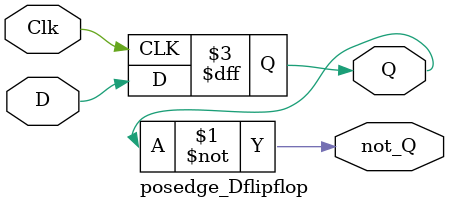
<source format=v>
module posedge_Dflipflop (D, Clk, Q, not_Q);
input D, Clk;
output not_Q;
output reg Q;

assign not_Q = ~(Q);

always @ (posedge Clk) begin
	Q <= D;
end
endmodule
</source>
